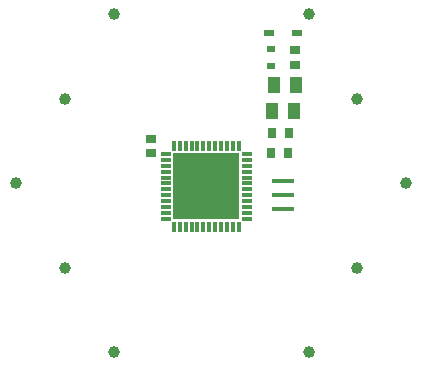
<source format=gbr>
%TF.GenerationSoftware,Altium Limited,Altium Designer,25.8.1 (18)*%
G04 Layer_Color=128*
%FSLAX45Y45*%
%MOMM*%
%TF.SameCoordinates,D209C50B-13B8-4165-AD63-5D07F8741E93*%
%TF.FilePolarity,Positive*%
%TF.FileFunction,Paste,Bot*%
%TF.Part,Single*%
G01*
G75*
%TA.AperFunction,SMDPad,CuDef*%
%ADD11R,0.64000X0.89000*%
%ADD12R,0.95000X0.80000*%
G04:AMPARAMS|DCode=15|XSize=1mm|YSize=1mm|CornerRadius=0.5mm|HoleSize=0mm|Usage=FLASHONLY|Rotation=120.000|XOffset=0mm|YOffset=0mm|HoleType=Round|Shape=RoundedRectangle|*
%AMROUNDEDRECTD15*
21,1,1.00000,0.00000,0,0,120.0*
21,1,0.00000,1.00000,0,0,120.0*
1,1,1.00000,0.00000,0.00000*
1,1,1.00000,0.00000,0.00000*
1,1,1.00000,0.00000,0.00000*
1,1,1.00000,0.00000,0.00000*
%
%ADD15ROUNDEDRECTD15*%
G04:AMPARAMS|DCode=19|XSize=1mm|YSize=1mm|CornerRadius=0.5mm|HoleSize=0mm|Usage=FLASHONLY|Rotation=0.000|XOffset=0mm|YOffset=0mm|HoleType=Round|Shape=RoundedRectangle|*
%AMROUNDEDRECTD19*
21,1,1.00000,0.00000,0,0,0.0*
21,1,0.00000,1.00000,0,0,0.0*
1,1,1.00000,0.00000,0.00000*
1,1,1.00000,0.00000,0.00000*
1,1,1.00000,0.00000,0.00000*
1,1,1.00000,0.00000,0.00000*
%
%ADD19ROUNDEDRECTD19*%
G04:AMPARAMS|DCode=20|XSize=1mm|YSize=1mm|CornerRadius=0.5mm|HoleSize=0mm|Usage=FLASHONLY|Rotation=60.000|XOffset=0mm|YOffset=0mm|HoleType=Round|Shape=RoundedRectangle|*
%AMROUNDEDRECTD20*
21,1,1.00000,0.00000,0,0,60.0*
21,1,0.00000,1.00000,0,0,60.0*
1,1,1.00000,0.00000,0.00000*
1,1,1.00000,0.00000,0.00000*
1,1,1.00000,0.00000,0.00000*
1,1,1.00000,0.00000,0.00000*
%
%ADD20ROUNDEDRECTD20*%
%ADD38R,5.70000X5.70000*%
%ADD39R,0.90000X0.50000*%
%ADD40R,1.90000X0.40005*%
%ADD41R,0.30000X0.85000*%
%ADD42R,1.09220X1.39700*%
%ADD43R,0.85000X0.30000*%
%ADD44R,0.80000X0.60000*%
D11*
X658044Y426803D02*
D03*
X648000Y254000D02*
D03*
X518044Y426803D02*
D03*
X508000Y254000D02*
D03*
D12*
X-508000Y379000D02*
D03*
X711200Y1129300D02*
D03*
Y1004300D02*
D03*
X-508000Y254000D02*
D03*
D15*
X-1651991Y0D02*
D03*
X1651991D02*
D03*
X1239010Y-716012D02*
D03*
X-1239014Y714008D02*
D03*
D19*
X-826008Y-1431011D02*
D03*
X826008Y1431011D02*
D03*
X-1239012Y-715010D02*
D03*
X1239012Y715010D02*
D03*
D20*
X-826008Y1431011D02*
D03*
X826008Y-1431011D02*
D03*
D38*
X-40200Y-25800D02*
D03*
D39*
X724600Y1270000D02*
D03*
X494600D02*
D03*
D40*
X609600Y-101600D02*
D03*
Y-221590D02*
D03*
Y18390D02*
D03*
D41*
X-65200Y319200D02*
D03*
X184800Y-370800D02*
D03*
X234800D02*
D03*
X134800D02*
D03*
X84800D02*
D03*
X34800D02*
D03*
X-15200D02*
D03*
X-65200D02*
D03*
X-115200D02*
D03*
X-165200D02*
D03*
X-215200D02*
D03*
X-315200D02*
D03*
Y319200D02*
D03*
X-265200D02*
D03*
X-215200D02*
D03*
X-165200D02*
D03*
X-115200D02*
D03*
X-15200D02*
D03*
X34800D02*
D03*
X84800D02*
D03*
X134800D02*
D03*
X184800D02*
D03*
X234800D02*
D03*
X-265200Y-370800D02*
D03*
D42*
X702310Y609600D02*
D03*
X516890D02*
D03*
X715834Y835869D02*
D03*
X530414D02*
D03*
D43*
X304800Y-50800D02*
D03*
X-385200Y49200D02*
D03*
X304800Y99200D02*
D03*
Y-800D02*
D03*
Y49200D02*
D03*
Y-150800D02*
D03*
Y-100800D02*
D03*
Y249200D02*
D03*
Y199200D02*
D03*
Y149200D02*
D03*
Y-200800D02*
D03*
Y-250800D02*
D03*
Y-300800D02*
D03*
X-385200D02*
D03*
Y-250800D02*
D03*
Y-200800D02*
D03*
Y-150800D02*
D03*
Y-100800D02*
D03*
Y-50800D02*
D03*
Y-800D02*
D03*
Y99200D02*
D03*
Y149200D02*
D03*
Y199200D02*
D03*
Y249200D02*
D03*
D44*
X508000Y996800D02*
D03*
Y1136800D02*
D03*
%TF.MD5,fe7ce5d1bd20e3b8509198b1d115646b*%
M02*

</source>
